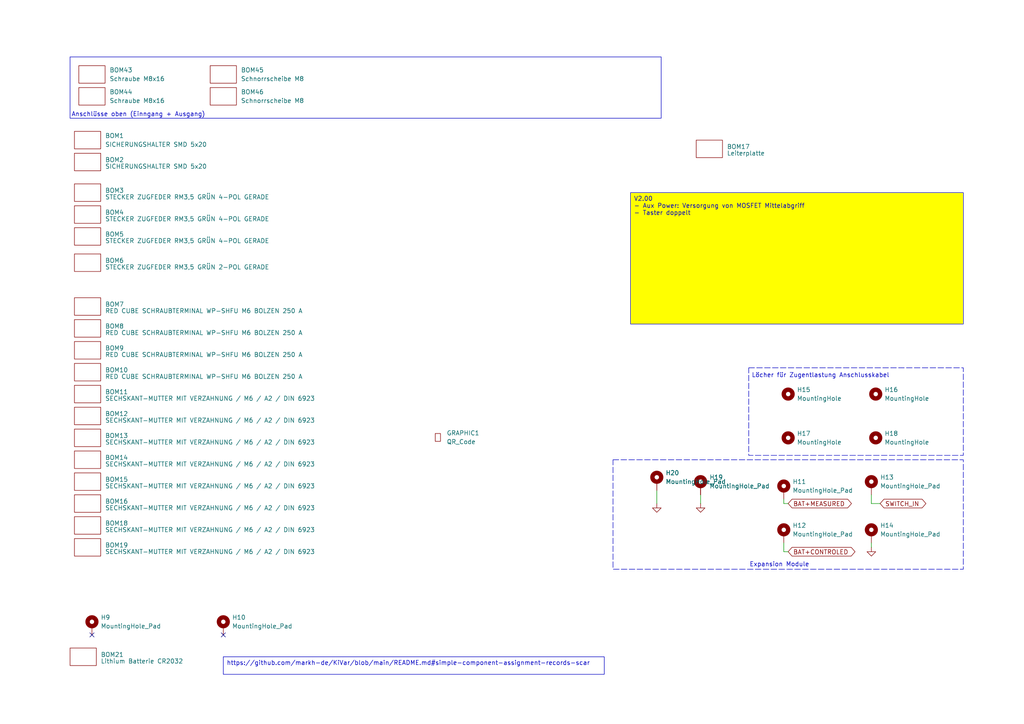
<source format=kicad_sch>
(kicad_sch
	(version 20250114)
	(generator "eeschema")
	(generator_version "9.0")
	(uuid "d2a2d163-13e4-4f1d-aa3d-79667ae6d2fb")
	(paper "A4")
	(lib_symbols
		(symbol "Mechanical:MountingHole"
			(pin_names
				(offset 1.016)
			)
			(exclude_from_sim no)
			(in_bom no)
			(on_board yes)
			(property "Reference" "H"
				(at 0 5.08 0)
				(effects
					(font
						(size 1.27 1.27)
					)
				)
			)
			(property "Value" "MountingHole"
				(at 0 3.175 0)
				(effects
					(font
						(size 1.27 1.27)
					)
				)
			)
			(property "Footprint" ""
				(at 0 0 0)
				(effects
					(font
						(size 1.27 1.27)
					)
					(hide yes)
				)
			)
			(property "Datasheet" "~"
				(at 0 0 0)
				(effects
					(font
						(size 1.27 1.27)
					)
					(hide yes)
				)
			)
			(property "Description" "Mounting Hole without connection"
				(at 0 0 0)
				(effects
					(font
						(size 1.27 1.27)
					)
					(hide yes)
				)
			)
			(property "ki_keywords" "mounting hole"
				(at 0 0 0)
				(effects
					(font
						(size 1.27 1.27)
					)
					(hide yes)
				)
			)
			(property "ki_fp_filters" "MountingHole*"
				(at 0 0 0)
				(effects
					(font
						(size 1.27 1.27)
					)
					(hide yes)
				)
			)
			(symbol "MountingHole_0_1"
				(circle
					(center 0 0)
					(radius 1.27)
					(stroke
						(width 1.27)
						(type default)
					)
					(fill
						(type none)
					)
				)
			)
			(embedded_fonts no)
		)
		(symbol "Mechanical:MountingHole_Pad"
			(pin_numbers
				(hide yes)
			)
			(pin_names
				(offset 1.016)
				(hide yes)
			)
			(exclude_from_sim yes)
			(in_bom no)
			(on_board yes)
			(property "Reference" "H"
				(at 0 6.35 0)
				(effects
					(font
						(size 1.27 1.27)
					)
				)
			)
			(property "Value" "MountingHole_Pad"
				(at 0 4.445 0)
				(effects
					(font
						(size 1.27 1.27)
					)
				)
			)
			(property "Footprint" ""
				(at 0 0 0)
				(effects
					(font
						(size 1.27 1.27)
					)
					(hide yes)
				)
			)
			(property "Datasheet" "~"
				(at 0 0 0)
				(effects
					(font
						(size 1.27 1.27)
					)
					(hide yes)
				)
			)
			(property "Description" "Mounting Hole with connection"
				(at 0 0 0)
				(effects
					(font
						(size 1.27 1.27)
					)
					(hide yes)
				)
			)
			(property "ki_keywords" "mounting hole"
				(at 0 0 0)
				(effects
					(font
						(size 1.27 1.27)
					)
					(hide yes)
				)
			)
			(property "ki_fp_filters" "MountingHole*Pad*"
				(at 0 0 0)
				(effects
					(font
						(size 1.27 1.27)
					)
					(hide yes)
				)
			)
			(symbol "MountingHole_Pad_0_1"
				(circle
					(center 0 1.27)
					(radius 1.27)
					(stroke
						(width 1.27)
						(type default)
					)
					(fill
						(type none)
					)
				)
			)
			(symbol "MountingHole_Pad_1_1"
				(pin input line
					(at 0 -2.54 90)
					(length 2.54)
					(name "1"
						(effects
							(font
								(size 1.27 1.27)
							)
						)
					)
					(number "1"
						(effects
							(font
								(size 1.27 1.27)
							)
						)
					)
				)
			)
			(embedded_fonts no)
		)
		(symbol "myBOM_Part:BOM-Part"
			(pin_numbers
				(hide yes)
			)
			(pin_names
				(offset 0)
				(hide yes)
			)
			(exclude_from_sim no)
			(in_bom yes)
			(on_board no)
			(property "Reference" "BOM"
				(at 0 0 0)
				(effects
					(font
						(size 1.27 1.27)
					)
				)
			)
			(property "Value" ""
				(at 0 0 0)
				(effects
					(font
						(size 1.27 1.27)
					)
				)
			)
			(property "Footprint" "myDummy:BOM-Dummy"
				(at 0 0 0)
				(effects
					(font
						(size 1.27 1.27)
					)
					(hide yes)
				)
			)
			(property "Datasheet" ""
				(at 0 0 0)
				(effects
					(font
						(size 1.27 1.27)
					)
					(hide yes)
				)
			)
			(property "Description" ""
				(at 0 0 0)
				(effects
					(font
						(size 1.27 1.27)
					)
					(hide yes)
				)
			)
			(symbol "BOM-Part_0_1"
				(rectangle
					(start -3.81 2.54)
					(end 3.81 -2.54)
					(stroke
						(width 0)
						(type default)
					)
					(fill
						(type none)
					)
				)
			)
			(embedded_fonts no)
		)
		(symbol "myUserSymbol:qrcode"
			(exclude_from_sim no)
			(in_bom yes)
			(on_board yes)
			(property "Reference" "GRAPHIC"
				(at 5.08 1.016 0)
				(effects
					(font
						(size 1.27 1.27)
					)
				)
			)
			(property "Value" "QR_Code"
				(at 5.08 -0.762 0)
				(effects
					(font
						(size 1.27 1.27)
					)
				)
			)
			(property "Footprint" "myQR:qr_PowerPro"
				(at 0 0 0)
				(effects
					(font
						(size 1.27 1.27)
					)
					(hide yes)
				)
			)
			(property "Datasheet" ""
				(at 0 0 0)
				(effects
					(font
						(size 1.27 1.27)
					)
					(hide yes)
				)
			)
			(property "Description" ""
				(at 0 0 0)
				(effects
					(font
						(size 1.27 1.27)
					)
					(hide yes)
				)
			)
			(symbol "qrcode_0_1"
				(rectangle
					(start -0.762 1.27)
					(end 0.762 -1.016)
					(stroke
						(width 0)
						(type default)
					)
					(fill
						(type none)
					)
				)
			)
			(embedded_fonts no)
		)
		(symbol "power:GND"
			(power)
			(pin_numbers
				(hide yes)
			)
			(pin_names
				(offset 0)
				(hide yes)
			)
			(exclude_from_sim no)
			(in_bom yes)
			(on_board yes)
			(property "Reference" "#PWR"
				(at 0 -6.35 0)
				(effects
					(font
						(size 1.27 1.27)
					)
					(hide yes)
				)
			)
			(property "Value" "GND"
				(at 0 -3.81 0)
				(effects
					(font
						(size 1.27 1.27)
					)
				)
			)
			(property "Footprint" ""
				(at 0 0 0)
				(effects
					(font
						(size 1.27 1.27)
					)
					(hide yes)
				)
			)
			(property "Datasheet" ""
				(at 0 0 0)
				(effects
					(font
						(size 1.27 1.27)
					)
					(hide yes)
				)
			)
			(property "Description" "Power symbol creates a global label with name \"GND\" , ground"
				(at 0 0 0)
				(effects
					(font
						(size 1.27 1.27)
					)
					(hide yes)
				)
			)
			(property "ki_keywords" "global power"
				(at 0 0 0)
				(effects
					(font
						(size 1.27 1.27)
					)
					(hide yes)
				)
			)
			(symbol "GND_0_1"
				(polyline
					(pts
						(xy 0 0) (xy 0 -1.27) (xy 1.27 -1.27) (xy 0 -2.54) (xy -1.27 -1.27) (xy 0 -1.27)
					)
					(stroke
						(width 0)
						(type default)
					)
					(fill
						(type none)
					)
				)
			)
			(symbol "GND_1_1"
				(pin power_in line
					(at 0 0 270)
					(length 0)
					(name "~"
						(effects
							(font
								(size 1.27 1.27)
							)
						)
					)
					(number "1"
						(effects
							(font
								(size 1.27 1.27)
							)
						)
					)
				)
			)
			(embedded_fonts no)
		)
	)
	(rectangle
		(start 217.17 106.68)
		(end 279.4 132.08)
		(stroke
			(width 0)
			(type dash)
		)
		(fill
			(type none)
		)
		(uuid 298f8eb6-6a31-433a-9814-9f8ceb17b837)
	)
	(rectangle
		(start 177.8 133.35)
		(end 279.4 165.1)
		(stroke
			(width 0)
			(type dash)
		)
		(fill
			(type none)
		)
		(uuid 439703d5-96a0-4221-8716-af461b4479f9)
	)
	(rectangle
		(start 20.32 16.51)
		(end 191.77 34.29)
		(stroke
			(width 0)
			(type default)
		)
		(fill
			(type none)
		)
		(uuid fc85b1f5-b704-44aa-ac88-bfb83efce987)
	)
	(text "Expansion Module"
		(exclude_from_sim no)
		(at 226.06 163.83 0)
		(effects
			(font
				(size 1.27 1.27)
			)
		)
		(uuid "04ecad34-d655-4c5c-b20a-c069913c0bd9")
	)
	(text "Löcher für Zugentlastung Anschlusskabel"
		(exclude_from_sim no)
		(at 237.998 108.966 0)
		(effects
			(font
				(size 1.27 1.27)
			)
		)
		(uuid "1d1d1e62-d8e8-4df1-8113-d79cf1facceb")
	)
	(text "Anschlüsse oben (Einngang + Ausgang)"
		(exclude_from_sim no)
		(at 40.132 33.274 0)
		(effects
			(font
				(size 1.27 1.27)
			)
		)
		(uuid "5ff5222f-0537-4772-bcaa-0bb650dd5d4b")
	)
	(text_box "V2.00\n- Aux Power: Versorgung von MOSFET Mittelabgriff\n- Taster doppelt\n"
		(exclude_from_sim no)
		(at 182.88 55.88 0)
		(size 96.52 38.1)
		(margins 0.9525 0.9525 0.9525 0.9525)
		(stroke
			(width 0)
			(type solid)
		)
		(fill
			(type color)
			(color 255 255 0 1)
		)
		(effects
			(font
				(size 1.27 1.27)
			)
			(justify left top)
		)
		(uuid "24112d1c-5aa9-49ef-988a-13f18db7bec7")
	)
	(text_box "https://github.com/markh-de/KiVar/blob/main/README.md#simple-component-assignment-records-scar"
		(exclude_from_sim no)
		(at 64.77 190.5 0)
		(size 110.49 5.08)
		(margins 0.9525 0.9525 0.9525 0.9525)
		(stroke
			(width 0)
			(type solid)
		)
		(fill
			(type none)
		)
		(effects
			(font
				(size 1.27 1.27)
			)
			(justify left top)
		)
		(uuid "bc9d1e96-57a4-4f41-a021-c3925ca2178d")
	)
	(no_connect
		(at 64.77 184.15)
		(uuid "3f9eb071-1071-447f-a0d2-40b907efaaaa")
	)
	(no_connect
		(at 26.67 184.15)
		(uuid "73be37cc-abdc-463d-83e4-d3578cdb1737")
	)
	(wire
		(pts
			(xy 252.73 146.05) (xy 255.27 146.05)
		)
		(stroke
			(width 0)
			(type default)
		)
		(uuid "081b691b-ba22-4b08-9f96-b06f841ad2bf")
	)
	(wire
		(pts
			(xy 190.5 142.24) (xy 190.5 146.05)
		)
		(stroke
			(width 0)
			(type default)
		)
		(uuid "09f89601-6af1-47be-8658-218ece31dfc1")
	)
	(wire
		(pts
			(xy 227.33 146.05) (xy 228.6 146.05)
		)
		(stroke
			(width 0)
			(type default)
		)
		(uuid "2fd6f949-807e-4c79-9b7c-f0cf3a854b22")
	)
	(wire
		(pts
			(xy 227.33 157.48) (xy 227.33 160.02)
		)
		(stroke
			(width 0)
			(type default)
		)
		(uuid "53dbe2e7-c4e3-41cd-b60d-fba210533a5d")
	)
	(wire
		(pts
			(xy 227.33 144.78) (xy 227.33 146.05)
		)
		(stroke
			(width 0)
			(type default)
		)
		(uuid "58f6d539-5cec-4c5a-a8e9-197ef322413b")
	)
	(wire
		(pts
			(xy 203.2 143.51) (xy 203.2 146.05)
		)
		(stroke
			(width 0)
			(type default)
		)
		(uuid "5c34ae3c-d4c0-48f8-a0bc-d905a0b9e081")
	)
	(wire
		(pts
			(xy 227.33 160.02) (xy 228.6 160.02)
		)
		(stroke
			(width 0)
			(type default)
		)
		(uuid "6b1f1411-4afd-46fb-9167-112d931775f0")
	)
	(wire
		(pts
			(xy 252.73 157.48) (xy 252.73 158.75)
		)
		(stroke
			(width 0)
			(type default)
		)
		(uuid "9c8f581d-90d3-4541-a79d-311bf99038a9")
	)
	(wire
		(pts
			(xy 252.73 143.51) (xy 252.73 146.05)
		)
		(stroke
			(width 0)
			(type default)
		)
		(uuid "d2e9674b-3214-42fe-91fe-eff4b1c6b520")
	)
	(global_label "SWITCH_IN"
		(shape bidirectional)
		(at 255.27 146.05 0)
		(fields_autoplaced yes)
		(effects
			(font
				(size 1.27 1.27)
			)
			(justify left)
		)
		(uuid "364e17f5-6332-4129-b9f0-e0a278dcdc5d")
		(property "Intersheetrefs" "${INTERSHEET_REFS}"
			(at 269.1032 146.05 0)
			(effects
				(font
					(size 1.27 1.27)
				)
				(justify left)
				(hide yes)
			)
		)
	)
	(global_label "BAT+MEASURED"
		(shape bidirectional)
		(at 228.6 146.05 0)
		(fields_autoplaced yes)
		(effects
			(font
				(size 1.27 1.27)
			)
			(justify left)
		)
		(uuid "89d66515-74f1-4b91-907e-d0d181ef9125")
		(property "Intersheetrefs" "${INTERSHEET_REFS}"
			(at 247.5131 146.05 0)
			(effects
				(font
					(size 1.27 1.27)
				)
				(justify left)
				(hide yes)
			)
		)
	)
	(global_label "BAT+CONTROLED"
		(shape bidirectional)
		(at 228.6 160.02 0)
		(fields_autoplaced yes)
		(effects
			(font
				(size 1.27 1.27)
			)
			(justify left)
		)
		(uuid "b310afb4-edca-425b-a3ae-3997656d490e")
		(property "Intersheetrefs" "${INTERSHEET_REFS}"
			(at 248.5413 160.02 0)
			(effects
				(font
					(size 1.27 1.27)
				)
				(justify left)
				(hide yes)
			)
		)
	)
	(symbol
		(lib_id "myBOM_Part:BOM-Part")
		(at 25.4 146.05 0)
		(unit 1)
		(exclude_from_sim no)
		(in_bom yes)
		(on_board yes)
		(dnp no)
		(fields_autoplaced yes)
		(uuid "13be8445-2381-4989-b0c8-cb0b27a90645")
		(property "Reference" "BOM16"
			(at 30.48 145.4149 0)
			(effects
				(font
					(size 1.27 1.27)
				)
				(justify left)
			)
		)
		(property "Value" "SECHSKANT-MUTTER MIT VERZAHNUNG / M6 / A2 / DIN 6923"
			(at 30.48 147.32 0)
			(effects
				(font
					(size 1.27 1.27)
				)
				(justify left)
			)
		)
		(property "Footprint" "myBOM:BOM_PART_2x2mm"
			(at 25.4 146.05 0)
			(effects
				(font
					(size 1.27 1.27)
				)
				(hide yes)
			)
		)
		(property "Datasheet" ""
			(at 25.4 146.05 0)
			(effects
				(font
					(size 1.27 1.27)
				)
				(hide yes)
			)
		)
		(property "Description" "SECHSKANT-MUTTER MIT VERZAHNUNG / M6 / A2 / DIN 6923"
			(at 25.4 146.05 0)
			(effects
				(font
					(size 1.27 1.27)
				)
				(hide yes)
			)
		)
		(property "ECS Art#" "M589"
			(at 25.4 146.05 0)
			(effects
				(font
					(size 1.27 1.27)
				)
				(hide yes)
			)
		)
		(property "HAN" "UNBEKANNT/VERSCHIEDENE"
			(at 25.4 146.05 0)
			(effects
				(font
					(size 1.27 1.27)
				)
				(hide yes)
			)
		)
		(property "Voltage" ""
			(at 25.4 146.05 0)
			(effects
				(font
					(size 1.27 1.27)
				)
				(hide yes)
			)
		)
		(property "Toleranz" ""
			(at 25.4 146.05 0)
			(effects
				(font
					(size 1.27 1.27)
				)
				(hide yes)
			)
		)
		(property "Hersteller" "UNBEKANNT/VERSCHIEDENE"
			(at 25.4 146.05 0)
			(effects
				(font
					(size 1.27 1.27)
				)
				(hide yes)
			)
		)
		(instances
			(project "smartPro"
				(path "/bf1f8167-8e29-49cc-a467-dd9cc2c77246/4875905e-d35e-4049-a6aa-c7869d81fd32"
					(reference "BOM16")
					(unit 1)
				)
			)
		)
	)
	(symbol
		(lib_id "myBOM_Part:BOM-Part")
		(at 25.4 101.6 0)
		(unit 1)
		(exclude_from_sim no)
		(in_bom yes)
		(on_board yes)
		(dnp no)
		(fields_autoplaced yes)
		(uuid "1b6df1ec-0485-4b7d-a5ee-514894bd27bb")
		(property "Reference" "BOM9"
			(at 30.48 100.9649 0)
			(effects
				(font
					(size 1.27 1.27)
				)
				(justify left)
			)
		)
		(property "Value" "RED CUBE SCHRAUBTERMINAL WP-SHFU M6 BOLZEN 250 A"
			(at 30.48 102.87 0)
			(effects
				(font
					(size 1.27 1.27)
				)
				(justify left)
			)
		)
		(property "Footprint" "myBOM:BOM_PART_2x2mm"
			(at 25.4 101.6 0)
			(effects
				(font
					(size 1.27 1.27)
				)
				(hide yes)
			)
		)
		(property "Datasheet" "https://www.we-online.com/components/products/datasheet/7461098.pdf"
			(at 25.4 101.6 0)
			(effects
				(font
					(size 1.27 1.27)
				)
				(hide yes)
			)
		)
		(property "Description" "RED CUBE SCHRAUBTERMINAL WP-SHFU M6 BOLZEN 250 A"
			(at 25.4 101.6 0)
			(effects
				(font
					(size 1.27 1.27)
				)
				(hide yes)
			)
		)
		(property "ECS Art#" "CON521"
			(at 25.4 101.6 0)
			(effects
				(font
					(size 1.27 1.27)
				)
				(hide yes)
			)
		)
		(property "HAN" "7461098"
			(at 25.4 101.6 0)
			(effects
				(font
					(size 1.27 1.27)
				)
				(hide yes)
			)
		)
		(property "Voltage" ""
			(at 25.4 101.6 0)
			(effects
				(font
					(size 1.27 1.27)
				)
				(hide yes)
			)
		)
		(property "Toleranz" ""
			(at 25.4 101.6 0)
			(effects
				(font
					(size 1.27 1.27)
				)
				(hide yes)
			)
		)
		(property "Hersteller" "Würth"
			(at 25.4 101.6 0)
			(effects
				(font
					(size 1.27 1.27)
				)
				(hide yes)
			)
		)
		(instances
			(project "smartPro"
				(path "/bf1f8167-8e29-49cc-a467-dd9cc2c77246/4875905e-d35e-4049-a6aa-c7869d81fd32"
					(reference "BOM9")
					(unit 1)
				)
			)
		)
	)
	(symbol
		(lib_id "Mechanical:MountingHole")
		(at 228.6 114.3 0)
		(unit 1)
		(exclude_from_sim no)
		(in_bom no)
		(on_board yes)
		(dnp no)
		(fields_autoplaced yes)
		(uuid "1bf8f243-c206-4d29-897f-c426a293a872")
		(property "Reference" "H15"
			(at 231.14 113.0299 0)
			(effects
				(font
					(size 1.27 1.27)
				)
				(justify left)
			)
		)
		(property "Value" "MountingHole"
			(at 231.14 115.5699 0)
			(effects
				(font
					(size 1.27 1.27)
				)
				(justify left)
			)
		)
		(property "Footprint" "MountingHole:MountingHole_6mm"
			(at 228.6 114.3 0)
			(effects
				(font
					(size 1.27 1.27)
				)
				(hide yes)
			)
		)
		(property "Datasheet" "~"
			(at 228.6 114.3 0)
			(effects
				(font
					(size 1.27 1.27)
				)
				(hide yes)
			)
		)
		(property "Description" "Mounting Hole without connection"
			(at 228.6 114.3 0)
			(effects
				(font
					(size 1.27 1.27)
				)
				(hide yes)
			)
		)
		(instances
			(project ""
				(path "/bf1f8167-8e29-49cc-a467-dd9cc2c77246/4875905e-d35e-4049-a6aa-c7869d81fd32"
					(reference "H15")
					(unit 1)
				)
			)
		)
	)
	(symbol
		(lib_id "Mechanical:MountingHole_Pad")
		(at 252.73 154.94 0)
		(unit 1)
		(exclude_from_sim yes)
		(in_bom no)
		(on_board yes)
		(dnp no)
		(fields_autoplaced yes)
		(uuid "2502056f-8c4a-4ddd-993b-3ef96ce9a768")
		(property "Reference" "H14"
			(at 255.27 152.3999 0)
			(effects
				(font
					(size 1.27 1.27)
				)
				(justify left)
			)
		)
		(property "Value" "MountingHole_Pad"
			(at 255.27 154.9399 0)
			(effects
				(font
					(size 1.27 1.27)
				)
				(justify left)
			)
		)
		(property "Footprint" "MountingHole:MountingHole_3.2mm_M3_DIN965_Pad"
			(at 252.73 154.94 0)
			(effects
				(font
					(size 1.27 1.27)
				)
				(hide yes)
			)
		)
		(property "Datasheet" "~"
			(at 252.73 154.94 0)
			(effects
				(font
					(size 1.27 1.27)
				)
				(hide yes)
			)
		)
		(property "Description" "Mounting Hole with connection"
			(at 252.73 154.94 0)
			(effects
				(font
					(size 1.27 1.27)
				)
				(hide yes)
			)
		)
		(pin "1"
			(uuid "9d30b5b2-c1c1-4513-9a90-ed04021f002d")
		)
		(instances
			(project "smartPro"
				(path "/bf1f8167-8e29-49cc-a467-dd9cc2c77246/4875905e-d35e-4049-a6aa-c7869d81fd32"
					(reference "H14")
					(unit 1)
				)
			)
		)
	)
	(symbol
		(lib_id "myBOM_Part:BOM-Part")
		(at 25.4 133.35 0)
		(unit 1)
		(exclude_from_sim no)
		(in_bom yes)
		(on_board yes)
		(dnp no)
		(fields_autoplaced yes)
		(uuid "2a14a79f-b15b-4981-b6b1-db220f193080")
		(property "Reference" "BOM14"
			(at 30.48 132.7149 0)
			(effects
				(font
					(size 1.27 1.27)
				)
				(justify left)
			)
		)
		(property "Value" "SECHSKANT-MUTTER MIT VERZAHNUNG / M6 / A2 / DIN 6923"
			(at 30.48 134.62 0)
			(effects
				(font
					(size 1.27 1.27)
				)
				(justify left)
			)
		)
		(property "Footprint" "myBOM:BOM_PART_2x2mm"
			(at 25.4 133.35 0)
			(effects
				(font
					(size 1.27 1.27)
				)
				(hide yes)
			)
		)
		(property "Datasheet" ""
			(at 25.4 133.35 0)
			(effects
				(font
					(size 1.27 1.27)
				)
				(hide yes)
			)
		)
		(property "Description" "SECHSKANT-MUTTER MIT VERZAHNUNG / M6 / A2 / DIN 6923"
			(at 25.4 133.35 0)
			(effects
				(font
					(size 1.27 1.27)
				)
				(hide yes)
			)
		)
		(property "ECS Art#" "M589"
			(at 25.4 133.35 0)
			(effects
				(font
					(size 1.27 1.27)
				)
				(hide yes)
			)
		)
		(property "HAN" "UNBEKANNT/VERSCHIEDENE"
			(at 25.4 133.35 0)
			(effects
				(font
					(size 1.27 1.27)
				)
				(hide yes)
			)
		)
		(property "Voltage" ""
			(at 25.4 133.35 0)
			(effects
				(font
					(size 1.27 1.27)
				)
				(hide yes)
			)
		)
		(property "Toleranz" ""
			(at 25.4 133.35 0)
			(effects
				(font
					(size 1.27 1.27)
				)
				(hide yes)
			)
		)
		(property "Hersteller" "UNBEKANNT/VERSCHIEDENE"
			(at 25.4 133.35 0)
			(effects
				(font
					(size 1.27 1.27)
				)
				(hide yes)
			)
		)
		(instances
			(project "smartPro"
				(path "/bf1f8167-8e29-49cc-a467-dd9cc2c77246/4875905e-d35e-4049-a6aa-c7869d81fd32"
					(reference "BOM14")
					(unit 1)
				)
			)
		)
	)
	(symbol
		(lib_id "power:GND")
		(at 252.73 158.75 0)
		(unit 1)
		(exclude_from_sim no)
		(in_bom yes)
		(on_board yes)
		(dnp no)
		(fields_autoplaced yes)
		(uuid "2e145680-fd29-46b3-8308-ad8e89387c5f")
		(property "Reference" "#PWR0272"
			(at 252.73 165.1 0)
			(effects
				(font
					(size 1.27 1.27)
				)
				(hide yes)
			)
		)
		(property "Value" "GND"
			(at 252.73 163.83 0)
			(effects
				(font
					(size 1.27 1.27)
				)
				(hide yes)
			)
		)
		(property "Footprint" ""
			(at 252.73 158.75 0)
			(effects
				(font
					(size 1.27 1.27)
				)
				(hide yes)
			)
		)
		(property "Datasheet" ""
			(at 252.73 158.75 0)
			(effects
				(font
					(size 1.27 1.27)
				)
				(hide yes)
			)
		)
		(property "Description" "Power symbol creates a global label with name \"GND\" , ground"
			(at 252.73 158.75 0)
			(effects
				(font
					(size 1.27 1.27)
				)
				(hide yes)
			)
		)
		(pin "1"
			(uuid "27b8f9e2-3c78-4292-90ff-83d487177b34")
		)
		(instances
			(project "smartPro"
				(path "/bf1f8167-8e29-49cc-a467-dd9cc2c77246/4875905e-d35e-4049-a6aa-c7869d81fd32"
					(reference "#PWR0272")
					(unit 1)
				)
			)
		)
	)
	(symbol
		(lib_id "myBOM_Part:BOM-Part")
		(at 25.4 127 0)
		(unit 1)
		(exclude_from_sim no)
		(in_bom yes)
		(on_board yes)
		(dnp no)
		(fields_autoplaced yes)
		(uuid "2ff67a74-e4b4-4e20-ba8c-99282f2a2b30")
		(property "Reference" "BOM13"
			(at 30.48 126.3649 0)
			(effects
				(font
					(size 1.27 1.27)
				)
				(justify left)
			)
		)
		(property "Value" "SECHSKANT-MUTTER MIT VERZAHNUNG / M6 / A2 / DIN 6923"
			(at 30.48 128.27 0)
			(effects
				(font
					(size 1.27 1.27)
				)
				(justify left)
			)
		)
		(property "Footprint" "myBOM:BOM_PART_2x2mm"
			(at 25.4 127 0)
			(effects
				(font
					(size 1.27 1.27)
				)
				(hide yes)
			)
		)
		(property "Datasheet" ""
			(at 25.4 127 0)
			(effects
				(font
					(size 1.27 1.27)
				)
				(hide yes)
			)
		)
		(property "Description" "SECHSKANT-MUTTER MIT VERZAHNUNG / M6 / A2 / DIN 6923"
			(at 25.4 127 0)
			(effects
				(font
					(size 1.27 1.27)
				)
				(hide yes)
			)
		)
		(property "ECS Art#" "M589"
			(at 25.4 127 0)
			(effects
				(font
					(size 1.27 1.27)
				)
				(hide yes)
			)
		)
		(property "HAN" "UNBEKANNT/VERSCHIEDENE"
			(at 25.4 127 0)
			(effects
				(font
					(size 1.27 1.27)
				)
				(hide yes)
			)
		)
		(property "Voltage" ""
			(at 25.4 127 0)
			(effects
				(font
					(size 1.27 1.27)
				)
				(hide yes)
			)
		)
		(property "Toleranz" ""
			(at 25.4 127 0)
			(effects
				(font
					(size 1.27 1.27)
				)
				(hide yes)
			)
		)
		(property "Hersteller" "UNBEKANNT/VERSCHIEDENE"
			(at 25.4 127 0)
			(effects
				(font
					(size 1.27 1.27)
				)
				(hide yes)
			)
		)
		(instances
			(project "smartPro"
				(path "/bf1f8167-8e29-49cc-a467-dd9cc2c77246/4875905e-d35e-4049-a6aa-c7869d81fd32"
					(reference "BOM13")
					(unit 1)
				)
			)
		)
	)
	(symbol
		(lib_id "myBOM_Part:BOM-Part")
		(at 64.77 21.59 0)
		(unit 1)
		(exclude_from_sim no)
		(in_bom yes)
		(on_board yes)
		(dnp no)
		(fields_autoplaced yes)
		(uuid "32477daf-5902-4d7c-bccf-cfd7a440cadd")
		(property "Reference" "BOM45"
			(at 69.85 20.3199 0)
			(effects
				(font
					(size 1.27 1.27)
				)
				(justify left)
			)
		)
		(property "Value" "Schnorrscheibe M8"
			(at 69.85 22.8599 0)
			(effects
				(font
					(size 1.27 1.27)
				)
				(justify left)
			)
		)
		(property "Footprint" "myBOM:BOM_PART_2x2mm"
			(at 64.77 21.59 0)
			(effects
				(font
					(size 1.27 1.27)
				)
				(hide yes)
			)
		)
		(property "Datasheet" ""
			(at 64.77 21.59 0)
			(effects
				(font
					(size 1.27 1.27)
				)
				(hide yes)
			)
		)
		(property "Description" "SCHNORR SICHERUNGSSCHEIBEN FORM S (Standard) S8 A2"
			(at 64.77 21.59 0)
			(effects
				(font
					(size 1.27 1.27)
				)
				(hide yes)
			)
		)
		(property "HAN" "422 700"
			(at 64.77 21.59 0)
			(effects
				(font
					(size 1.27 1.27)
				)
				(hide yes)
			)
		)
		(property "ECS Art#" "M415"
			(at 64.77 21.59 0)
			(effects
				(font
					(size 1.27 1.27)
				)
				(hide yes)
			)
		)
		(property "Hersteller" "Schnorr"
			(at 64.77 21.59 0)
			(effects
				(font
					(size 1.27 1.27)
				)
				(hide yes)
			)
		)
		(instances
			(project "smartPro"
				(path "/bf1f8167-8e29-49cc-a467-dd9cc2c77246/4875905e-d35e-4049-a6aa-c7869d81fd32"
					(reference "BOM45")
					(unit 1)
				)
			)
		)
	)
	(symbol
		(lib_id "Mechanical:MountingHole")
		(at 254 114.3 0)
		(unit 1)
		(exclude_from_sim no)
		(in_bom no)
		(on_board yes)
		(dnp no)
		(fields_autoplaced yes)
		(uuid "335ea7d4-c58b-4518-8900-411861abb5f2")
		(property "Reference" "H16"
			(at 256.54 113.0299 0)
			(effects
				(font
					(size 1.27 1.27)
				)
				(justify left)
			)
		)
		(property "Value" "MountingHole"
			(at 256.54 115.5699 0)
			(effects
				(font
					(size 1.27 1.27)
				)
				(justify left)
			)
		)
		(property "Footprint" "MountingHole:MountingHole_6mm"
			(at 254 114.3 0)
			(effects
				(font
					(size 1.27 1.27)
				)
				(hide yes)
			)
		)
		(property "Datasheet" "~"
			(at 254 114.3 0)
			(effects
				(font
					(size 1.27 1.27)
				)
				(hide yes)
			)
		)
		(property "Description" "Mounting Hole without connection"
			(at 254 114.3 0)
			(effects
				(font
					(size 1.27 1.27)
				)
				(hide yes)
			)
		)
		(instances
			(project "smartPro"
				(path "/bf1f8167-8e29-49cc-a467-dd9cc2c77246/4875905e-d35e-4049-a6aa-c7869d81fd32"
					(reference "H16")
					(unit 1)
				)
			)
		)
	)
	(symbol
		(lib_id "myBOM_Part:BOM-Part")
		(at 25.4 107.95 0)
		(unit 1)
		(exclude_from_sim no)
		(in_bom yes)
		(on_board yes)
		(dnp no)
		(fields_autoplaced yes)
		(uuid "33ba4f5c-fa84-45f2-bf01-aade6a0ebfe8")
		(property "Reference" "BOM10"
			(at 30.48 107.3149 0)
			(effects
				(font
					(size 1.27 1.27)
				)
				(justify left)
			)
		)
		(property "Value" "RED CUBE SCHRAUBTERMINAL WP-SHFU M6 BOLZEN 250 A"
			(at 30.48 109.22 0)
			(effects
				(font
					(size 1.27 1.27)
				)
				(justify left)
			)
		)
		(property "Footprint" "myBOM:BOM_PART_2x2mm"
			(at 25.4 107.95 0)
			(effects
				(font
					(size 1.27 1.27)
				)
				(hide yes)
			)
		)
		(property "Datasheet" "https://www.we-online.com/components/products/datasheet/7461098.pdf"
			(at 25.4 107.95 0)
			(effects
				(font
					(size 1.27 1.27)
				)
				(hide yes)
			)
		)
		(property "Description" "RED CUBE SCHRAUBTERMINAL WP-SHFU M6 BOLZEN 250 A"
			(at 25.4 107.95 0)
			(effects
				(font
					(size 1.27 1.27)
				)
				(hide yes)
			)
		)
		(property "ECS Art#" "CON521"
			(at 25.4 107.95 0)
			(effects
				(font
					(size 1.27 1.27)
				)
				(hide yes)
			)
		)
		(property "HAN" "7461098"
			(at 25.4 107.95 0)
			(effects
				(font
					(size 1.27 1.27)
				)
				(hide yes)
			)
		)
		(property "Voltage" ""
			(at 25.4 107.95 0)
			(effects
				(font
					(size 1.27 1.27)
				)
				(hide yes)
			)
		)
		(property "Toleranz" ""
			(at 25.4 107.95 0)
			(effects
				(font
					(size 1.27 1.27)
				)
				(hide yes)
			)
		)
		(property "Hersteller" "Würth"
			(at 25.4 107.95 0)
			(effects
				(font
					(size 1.27 1.27)
				)
				(hide yes)
			)
		)
		(instances
			(project "smartPro"
				(path "/bf1f8167-8e29-49cc-a467-dd9cc2c77246/4875905e-d35e-4049-a6aa-c7869d81fd32"
					(reference "BOM10")
					(unit 1)
				)
			)
		)
	)
	(symbol
		(lib_id "myBOM_Part:BOM-Part")
		(at 25.4 152.4 0)
		(unit 1)
		(exclude_from_sim no)
		(in_bom yes)
		(on_board yes)
		(dnp no)
		(fields_autoplaced yes)
		(uuid "3637a873-b206-4c9f-88d8-36a15f8a28ad")
		(property "Reference" "BOM18"
			(at 30.48 151.7649 0)
			(effects
				(font
					(size 1.27 1.27)
				)
				(justify left)
			)
		)
		(property "Value" "SECHSKANT-MUTTER MIT VERZAHNUNG / M6 / A2 / DIN 6923"
			(at 30.48 153.67 0)
			(effects
				(font
					(size 1.27 1.27)
				)
				(justify left)
			)
		)
		(property "Footprint" "myBOM:BOM_PART_2x2mm"
			(at 25.4 152.4 0)
			(effects
				(font
					(size 1.27 1.27)
				)
				(hide yes)
			)
		)
		(property "Datasheet" ""
			(at 25.4 152.4 0)
			(effects
				(font
					(size 1.27 1.27)
				)
				(hide yes)
			)
		)
		(property "Description" "SECHSKANT-MUTTER MIT VERZAHNUNG / M6 / A2 / DIN 6923"
			(at 25.4 152.4 0)
			(effects
				(font
					(size 1.27 1.27)
				)
				(hide yes)
			)
		)
		(property "ECS Art#" "M589"
			(at 25.4 152.4 0)
			(effects
				(font
					(size 1.27 1.27)
				)
				(hide yes)
			)
		)
		(property "HAN" "UNBEKANNT/VERSCHIEDENE"
			(at 25.4 152.4 0)
			(effects
				(font
					(size 1.27 1.27)
				)
				(hide yes)
			)
		)
		(property "Voltage" ""
			(at 25.4 152.4 0)
			(effects
				(font
					(size 1.27 1.27)
				)
				(hide yes)
			)
		)
		(property "Toleranz" ""
			(at 25.4 152.4 0)
			(effects
				(font
					(size 1.27 1.27)
				)
				(hide yes)
			)
		)
		(property "Hersteller" "UNBEKANNT/VERSCHIEDENE"
			(at 25.4 152.4 0)
			(effects
				(font
					(size 1.27 1.27)
				)
				(hide yes)
			)
		)
		(instances
			(project "smartPro"
				(path "/bf1f8167-8e29-49cc-a467-dd9cc2c77246/4875905e-d35e-4049-a6aa-c7869d81fd32"
					(reference "BOM18")
					(unit 1)
				)
			)
		)
	)
	(symbol
		(lib_id "myBOM_Part:BOM-Part")
		(at 25.4 95.25 0)
		(unit 1)
		(exclude_from_sim no)
		(in_bom yes)
		(on_board yes)
		(dnp no)
		(fields_autoplaced yes)
		(uuid "3af4fbd4-d40e-452c-9e32-001077c1c6aa")
		(property "Reference" "BOM8"
			(at 30.48 94.6149 0)
			(effects
				(font
					(size 1.27 1.27)
				)
				(justify left)
			)
		)
		(property "Value" "RED CUBE SCHRAUBTERMINAL WP-SHFU M6 BOLZEN 250 A"
			(at 30.48 96.52 0)
			(effects
				(font
					(size 1.27 1.27)
				)
				(justify left)
			)
		)
		(property "Footprint" "myBOM:BOM_PART_2x2mm"
			(at 25.4 95.25 0)
			(effects
				(font
					(size 1.27 1.27)
				)
				(hide yes)
			)
		)
		(property "Datasheet" "https://www.we-online.com/components/products/datasheet/7461098.pdf"
			(at 25.4 95.25 0)
			(effects
				(font
					(size 1.27 1.27)
				)
				(hide yes)
			)
		)
		(property "Description" "RED CUBE SCHRAUBTERMINAL WP-SHFU M6 BOLZEN 250 A"
			(at 25.4 95.25 0)
			(effects
				(font
					(size 1.27 1.27)
				)
				(hide yes)
			)
		)
		(property "ECS Art#" "CON521"
			(at 25.4 95.25 0)
			(effects
				(font
					(size 1.27 1.27)
				)
				(hide yes)
			)
		)
		(property "HAN" "7461098"
			(at 25.4 95.25 0)
			(effects
				(font
					(size 1.27 1.27)
				)
				(hide yes)
			)
		)
		(property "Voltage" ""
			(at 25.4 95.25 0)
			(effects
				(font
					(size 1.27 1.27)
				)
				(hide yes)
			)
		)
		(property "Toleranz" ""
			(at 25.4 95.25 0)
			(effects
				(font
					(size 1.27 1.27)
				)
				(hide yes)
			)
		)
		(property "Hersteller" "Würth"
			(at 25.4 95.25 0)
			(effects
				(font
					(size 1.27 1.27)
				)
				(hide yes)
			)
		)
		(instances
			(project "smartPro"
				(path "/bf1f8167-8e29-49cc-a467-dd9cc2c77246/4875905e-d35e-4049-a6aa-c7869d81fd32"
					(reference "BOM8")
					(unit 1)
				)
			)
		)
	)
	(symbol
		(lib_id "myBOM_Part:BOM-Part")
		(at 25.4 55.88 0)
		(unit 1)
		(exclude_from_sim no)
		(in_bom yes)
		(on_board yes)
		(dnp no)
		(fields_autoplaced yes)
		(uuid "3b1edae6-9a49-468b-9575-917881cfa914")
		(property "Reference" "BOM3"
			(at 30.48 55.2449 0)
			(effects
				(font
					(size 1.27 1.27)
				)
				(justify left)
			)
		)
		(property "Value" "STECKER ZUGFEDER RM3,5 GRÜN 4-POL GERADE"
			(at 30.48 57.15 0)
			(effects
				(font
					(size 1.27 1.27)
				)
				(justify left)
			)
		)
		(property "Footprint" "myBOM:BOM_PART_2x2mm"
			(at 25.4 55.88 0)
			(effects
				(font
					(size 1.27 1.27)
				)
				(hide yes)
			)
		)
		(property "Datasheet" "https://www.lcsc.com/datasheet/lcsc_datasheet_2111222030_Cixi-Kefa-Elec-KF2EDGKN-3-5-4P_C2923001.pdf"
			(at 25.4 55.88 0)
			(effects
				(font
					(size 1.27 1.27)
				)
				(hide yes)
			)
		)
		(property "Description" "STECKER ZUGFEDER RM3,5 GRÜN 4-POL GERADE"
			(at 25.4 55.88 0)
			(effects
				(font
					(size 1.27 1.27)
				)
				(hide yes)
			)
		)
		(property "ECS Art#" "CON592"
			(at 25.4 55.88 0)
			(effects
				(font
					(size 1.27 1.27)
				)
				(hide yes)
			)
		)
		(property "HAN" "KF2EDGKN-3.5-4P"
			(at 25.4 55.88 0)
			(effects
				(font
					(size 1.27 1.27)
				)
				(hide yes)
			)
		)
		(property "Voltage" ""
			(at 25.4 55.88 0)
			(effects
				(font
					(size 1.27 1.27)
				)
				(hide yes)
			)
		)
		(property "Toleranz" ""
			(at 25.4 55.88 0)
			(effects
				(font
					(size 1.27 1.27)
				)
				(hide yes)
			)
		)
		(property "Hersteller" "Cici"
			(at 25.4 55.88 0)
			(effects
				(font
					(size 1.27 1.27)
				)
				(hide yes)
			)
		)
		(instances
			(project "greenSmartSwitch"
				(path "/bf1f8167-8e29-49cc-a467-dd9cc2c77246/4875905e-d35e-4049-a6aa-c7869d81fd32"
					(reference "BOM3")
					(unit 1)
				)
			)
		)
	)
	(symbol
		(lib_id "myUserSymbol:qrcode")
		(at 127 127 0)
		(unit 1)
		(exclude_from_sim no)
		(in_bom no)
		(on_board yes)
		(dnp no)
		(fields_autoplaced yes)
		(uuid "3bd154cd-1a86-44b1-84d1-fd9215abcf7a")
		(property "Reference" "GRAPHIC1"
			(at 129.54 125.6029 0)
			(effects
				(font
					(size 1.27 1.27)
				)
				(justify left)
			)
		)
		(property "Value" "QR_Code"
			(at 129.54 128.1429 0)
			(effects
				(font
					(size 1.27 1.27)
				)
				(justify left)
			)
		)
		(property "Footprint" "myQR:qr_SmartPro209"
			(at 127 127 0)
			(effects
				(font
					(size 1.27 1.27)
				)
				(hide yes)
			)
		)
		(property "Datasheet" ""
			(at 127 127 0)
			(effects
				(font
					(size 1.27 1.27)
				)
				(hide yes)
			)
		)
		(property "Description" ""
			(at 127 127 0)
			(effects
				(font
					(size 1.27 1.27)
				)
				(hide yes)
			)
		)
		(property "ECS Art#" ""
			(at 127 127 0)
			(effects
				(font
					(size 1.27 1.27)
				)
				(hide yes)
			)
		)
		(property "HAN" ""
			(at 127 127 0)
			(effects
				(font
					(size 1.27 1.27)
				)
				(hide yes)
			)
		)
		(property "Voltage" ""
			(at 127 127 0)
			(effects
				(font
					(size 1.27 1.27)
				)
				(hide yes)
			)
		)
		(property "Toleranz" ""
			(at 127 127 0)
			(effects
				(font
					(size 1.27 1.27)
				)
				(hide yes)
			)
		)
		(property "Hersteller" ""
			(at 127 127 0)
			(effects
				(font
					(size 1.27 1.27)
				)
				(hide yes)
			)
		)
		(instances
			(project ""
				(path "/bf1f8167-8e29-49cc-a467-dd9cc2c77246/4875905e-d35e-4049-a6aa-c7869d81fd32"
					(reference "GRAPHIC1")
					(unit 1)
				)
			)
		)
	)
	(symbol
		(lib_id "myBOM_Part:BOM-Part")
		(at 26.67 21.59 0)
		(unit 1)
		(exclude_from_sim no)
		(in_bom yes)
		(on_board yes)
		(dnp no)
		(fields_autoplaced yes)
		(uuid "47456b90-a0d1-4f7b-b80f-8d04aaa02532")
		(property "Reference" "BOM43"
			(at 31.75 20.3199 0)
			(effects
				(font
					(size 1.27 1.27)
				)
				(justify left)
			)
		)
		(property "Value" "Schraube M8x16"
			(at 31.75 22.8599 0)
			(effects
				(font
					(size 1.27 1.27)
				)
				(justify left)
			)
		)
		(property "Footprint" "myBOM:BOM_PART_2x2mm"
			(at 26.67 21.59 0)
			(effects
				(font
					(size 1.27 1.27)
				)
				(hide yes)
			)
		)
		(property "Datasheet" ""
			(at 26.67 21.59 0)
			(effects
				(font
					(size 1.27 1.27)
				)
				(hide yes)
			)
		)
		(property "Description" "Sechskantschraube / M8 x 16 / A2 / DIN 933"
			(at 26.67 21.59 0)
			(effects
				(font
					(size 1.27 1.27)
				)
				(hide yes)
			)
		)
		(property "HAN" "UNBEKANNT/VERSCHIEDENE"
			(at 26.67 21.59 0)
			(effects
				(font
					(size 1.27 1.27)
				)
				(hide yes)
			)
		)
		(property "ECS Art#" "M109"
			(at 26.67 21.59 0)
			(effects
				(font
					(size 1.27 1.27)
				)
				(hide yes)
			)
		)
		(property "Hersteller" "UNBEKANNT/VERSCHIEDENE"
			(at 26.67 21.59 0)
			(effects
				(font
					(size 1.27 1.27)
				)
				(hide yes)
			)
		)
		(instances
			(project "smartPro"
				(path "/bf1f8167-8e29-49cc-a467-dd9cc2c77246/4875905e-d35e-4049-a6aa-c7869d81fd32"
					(reference "BOM43")
					(unit 1)
				)
			)
		)
	)
	(symbol
		(lib_id "myBOM_Part:BOM-Part")
		(at 205.74 43.18 0)
		(unit 1)
		(exclude_from_sim no)
		(in_bom yes)
		(on_board yes)
		(dnp no)
		(fields_autoplaced yes)
		(uuid "4b9b21af-a34a-4336-aa7c-8aa0c8a915e5")
		(property "Reference" "BOM17"
			(at 210.82 42.5449 0)
			(effects
				(font
					(size 1.27 1.27)
				)
				(justify left)
			)
		)
		(property "Value" "Leiterplatte"
			(at 210.82 44.45 0)
			(effects
				(font
					(size 1.27 1.27)
				)
				(justify left)
			)
		)
		(property "Footprint" "myBOM:BOM_PART_2x2mm"
			(at 205.74 43.18 0)
			(effects
				(font
					(size 1.27 1.27)
				)
				(hide yes)
			)
		)
		(property "Datasheet" ""
			(at 205.74 43.18 0)
			(effects
				(font
					(size 1.27 1.27)
				)
				(hide yes)
			)
		)
		(property "Description" "ECS_SMART_PRO_209_LP"
			(at 205.74 43.18 0)
			(effects
				(font
					(size 1.27 1.27)
				)
				(hide yes)
			)
		)
		(property "ECS Art#" "PT097"
			(at 205.74 43.18 0)
			(effects
				(font
					(size 1.27 1.27)
				)
				(hide yes)
			)
		)
		(property "HAN" "SmartPro-209"
			(at 205.74 43.18 0)
			(effects
				(font
					(size 1.27 1.27)
				)
				(hide yes)
			)
		)
		(property "Voltage" ""
			(at 205.74 43.18 0)
			(effects
				(font
					(size 1.27 1.27)
				)
				(hide yes)
			)
		)
		(property "Toleranz" ""
			(at 205.74 43.18 0)
			(effects
				(font
					(size 1.27 1.27)
				)
				(hide yes)
			)
		)
		(property "Hersteller" "JLC"
			(at 205.74 43.18 0)
			(effects
				(font
					(size 1.27 1.27)
				)
				(hide yes)
			)
		)
		(instances
			(project "greenSmartSwitch"
				(path "/bf1f8167-8e29-49cc-a467-dd9cc2c77246/4875905e-d35e-4049-a6aa-c7869d81fd32"
					(reference "BOM17")
					(unit 1)
				)
			)
		)
	)
	(symbol
		(lib_id "Mechanical:MountingHole_Pad")
		(at 252.73 140.97 0)
		(unit 1)
		(exclude_from_sim yes)
		(in_bom no)
		(on_board yes)
		(dnp no)
		(fields_autoplaced yes)
		(uuid "4d12b034-eced-4073-8b7c-a391c81b7a7f")
		(property "Reference" "H13"
			(at 255.27 138.4299 0)
			(effects
				(font
					(size 1.27 1.27)
				)
				(justify left)
			)
		)
		(property "Value" "MountingHole_Pad"
			(at 255.27 140.9699 0)
			(effects
				(font
					(size 1.27 1.27)
				)
				(justify left)
			)
		)
		(property "Footprint" "MountingHole:MountingHole_3.2mm_M3_DIN965_Pad"
			(at 252.73 140.97 0)
			(effects
				(font
					(size 1.27 1.27)
				)
				(hide yes)
			)
		)
		(property "Datasheet" "~"
			(at 252.73 140.97 0)
			(effects
				(font
					(size 1.27 1.27)
				)
				(hide yes)
			)
		)
		(property "Description" "Mounting Hole with connection"
			(at 252.73 140.97 0)
			(effects
				(font
					(size 1.27 1.27)
				)
				(hide yes)
			)
		)
		(pin "1"
			(uuid "ebfb7f25-d75d-4e88-875f-c7c54790bce9")
		)
		(instances
			(project "smartPro"
				(path "/bf1f8167-8e29-49cc-a467-dd9cc2c77246/4875905e-d35e-4049-a6aa-c7869d81fd32"
					(reference "H13")
					(unit 1)
				)
			)
		)
	)
	(symbol
		(lib_id "myBOM_Part:BOM-Part")
		(at 26.67 27.94 0)
		(unit 1)
		(exclude_from_sim no)
		(in_bom yes)
		(on_board yes)
		(dnp no)
		(fields_autoplaced yes)
		(uuid "56c53614-4b6f-4c8f-83df-6dd4df9aa550")
		(property "Reference" "BOM44"
			(at 31.75 26.6699 0)
			(effects
				(font
					(size 1.27 1.27)
				)
				(justify left)
			)
		)
		(property "Value" "Schraube M8x16"
			(at 31.75 29.2099 0)
			(effects
				(font
					(size 1.27 1.27)
				)
				(justify left)
			)
		)
		(property "Footprint" "myBOM:BOM_PART_2x2mm"
			(at 26.67 27.94 0)
			(effects
				(font
					(size 1.27 1.27)
				)
				(hide yes)
			)
		)
		(property "Datasheet" ""
			(at 26.67 27.94 0)
			(effects
				(font
					(size 1.27 1.27)
				)
				(hide yes)
			)
		)
		(property "Description" "Sechskantschraube / M8 x 16 / A2 / DIN 933"
			(at 26.67 27.94 0)
			(effects
				(font
					(size 1.27 1.27)
				)
				(hide yes)
			)
		)
		(property "HAN" "UNBEKANNT/VERSCHIEDENE"
			(at 26.67 27.94 0)
			(effects
				(font
					(size 1.27 1.27)
				)
				(hide yes)
			)
		)
		(property "ECS Art#" "M109"
			(at 26.67 27.94 0)
			(effects
				(font
					(size 1.27 1.27)
				)
				(hide yes)
			)
		)
		(property "Hersteller" "UNBEKANNT/VERSCHIEDENE"
			(at 26.67 27.94 0)
			(effects
				(font
					(size 1.27 1.27)
				)
				(hide yes)
			)
		)
		(instances
			(project "smartPro"
				(path "/bf1f8167-8e29-49cc-a467-dd9cc2c77246/4875905e-d35e-4049-a6aa-c7869d81fd32"
					(reference "BOM44")
					(unit 1)
				)
			)
		)
	)
	(symbol
		(lib_id "power:GND")
		(at 203.2 146.05 0)
		(unit 1)
		(exclude_from_sim no)
		(in_bom yes)
		(on_board yes)
		(dnp no)
		(fields_autoplaced yes)
		(uuid "5c35870a-1ae1-49a9-9369-99fd0f339861")
		(property "Reference" "#PWR0278"
			(at 203.2 152.4 0)
			(effects
				(font
					(size 1.27 1.27)
				)
				(hide yes)
			)
		)
		(property "Value" "GND"
			(at 203.2 151.13 0)
			(effects
				(font
					(size 1.27 1.27)
				)
				(hide yes)
			)
		)
		(property "Footprint" ""
			(at 203.2 146.05 0)
			(effects
				(font
					(size 1.27 1.27)
				)
				(hide yes)
			)
		)
		(property "Datasheet" ""
			(at 203.2 146.05 0)
			(effects
				(font
					(size 1.27 1.27)
				)
				(hide yes)
			)
		)
		(property "Description" "Power symbol creates a global label with name \"GND\" , ground"
			(at 203.2 146.05 0)
			(effects
				(font
					(size 1.27 1.27)
				)
				(hide yes)
			)
		)
		(pin "1"
			(uuid "852a07e5-e448-4c87-8efb-aff5b1d9b3f4")
		)
		(instances
			(project "smartPro"
				(path "/bf1f8167-8e29-49cc-a467-dd9cc2c77246/4875905e-d35e-4049-a6aa-c7869d81fd32"
					(reference "#PWR0278")
					(unit 1)
				)
			)
		)
	)
	(symbol
		(lib_id "myBOM_Part:BOM-Part")
		(at 25.4 88.9 0)
		(unit 1)
		(exclude_from_sim no)
		(in_bom yes)
		(on_board yes)
		(dnp no)
		(fields_autoplaced yes)
		(uuid "5f0ba118-cb7e-46a6-9e22-451927bb40a6")
		(property "Reference" "BOM7"
			(at 30.48 88.2649 0)
			(effects
				(font
					(size 1.27 1.27)
				)
				(justify left)
			)
		)
		(property "Value" "RED CUBE SCHRAUBTERMINAL WP-SHFU M6 BOLZEN 250 A"
			(at 30.48 90.17 0)
			(effects
				(font
					(size 1.27 1.27)
				)
				(justify left)
			)
		)
		(property "Footprint" "myBOM:BOM_PART_2x2mm"
			(at 25.4 88.9 0)
			(effects
				(font
					(size 1.27 1.27)
				)
				(hide yes)
			)
		)
		(property "Datasheet" "https://www.we-online.com/components/products/datasheet/7461098.pdf"
			(at 25.4 88.9 0)
			(effects
				(font
					(size 1.27 1.27)
				)
				(hide yes)
			)
		)
		(property "Description" "RED CUBE SCHRAUBTERMINAL WP-SHFU M6 BOLZEN 250 A"
			(at 25.4 88.9 0)
			(effects
				(font
					(size 1.27 1.27)
				)
				(hide yes)
			)
		)
		(property "ECS Art#" "CON521"
			(at 25.4 88.9 0)
			(effects
				(font
					(size 1.27 1.27)
				)
				(hide yes)
			)
		)
		(property "HAN" "7461098"
			(at 25.4 88.9 0)
			(effects
				(font
					(size 1.27 1.27)
				)
				(hide yes)
			)
		)
		(property "Voltage" ""
			(at 25.4 88.9 0)
			(effects
				(font
					(size 1.27 1.27)
				)
				(hide yes)
			)
		)
		(property "Toleranz" ""
			(at 25.4 88.9 0)
			(effects
				(font
					(size 1.27 1.27)
				)
				(hide yes)
			)
		)
		(property "Hersteller" "Würth"
			(at 25.4 88.9 0)
			(effects
				(font
					(size 1.27 1.27)
				)
				(hide yes)
			)
		)
		(instances
			(project "smartPro"
				(path "/bf1f8167-8e29-49cc-a467-dd9cc2c77246/4875905e-d35e-4049-a6aa-c7869d81fd32"
					(reference "BOM7")
					(unit 1)
				)
			)
		)
	)
	(symbol
		(lib_id "myBOM_Part:BOM-Part")
		(at 25.4 158.75 0)
		(unit 1)
		(exclude_from_sim no)
		(in_bom yes)
		(on_board yes)
		(dnp no)
		(fields_autoplaced yes)
		(uuid "5fd0a738-bd87-4a1b-903d-9e393a0fa812")
		(property "Reference" "BOM19"
			(at 30.48 158.1149 0)
			(effects
				(font
					(size 1.27 1.27)
				)
				(justify left)
			)
		)
		(property "Value" "SECHSKANT-MUTTER MIT VERZAHNUNG / M6 / A2 / DIN 6923"
			(at 30.48 160.02 0)
			(effects
				(font
					(size 1.27 1.27)
				)
				(justify left)
			)
		)
		(property "Footprint" "myBOM:BOM_PART_2x2mm"
			(at 25.4 158.75 0)
			(effects
				(font
					(size 1.27 1.27)
				)
				(hide yes)
			)
		)
		(property "Datasheet" ""
			(at 25.4 158.75 0)
			(effects
				(font
					(size 1.27 1.27)
				)
				(hide yes)
			)
		)
		(property "Description" "SECHSKANT-MUTTER MIT VERZAHNUNG / M6 / A2 / DIN 6923"
			(at 25.4 158.75 0)
			(effects
				(font
					(size 1.27 1.27)
				)
				(hide yes)
			)
		)
		(property "ECS Art#" "M589"
			(at 25.4 158.75 0)
			(effects
				(font
					(size 1.27 1.27)
				)
				(hide yes)
			)
		)
		(property "HAN" "UNBEKANNT/VERSCHIEDENE"
			(at 25.4 158.75 0)
			(effects
				(font
					(size 1.27 1.27)
				)
				(hide yes)
			)
		)
		(property "Voltage" ""
			(at 25.4 158.75 0)
			(effects
				(font
					(size 1.27 1.27)
				)
				(hide yes)
			)
		)
		(property "Toleranz" ""
			(at 25.4 158.75 0)
			(effects
				(font
					(size 1.27 1.27)
				)
				(hide yes)
			)
		)
		(property "Hersteller" "UNBEKANNT/VERSCHIEDENE"
			(at 25.4 158.75 0)
			(effects
				(font
					(size 1.27 1.27)
				)
				(hide yes)
			)
		)
		(instances
			(project "smartPro"
				(path "/bf1f8167-8e29-49cc-a467-dd9cc2c77246/4875905e-d35e-4049-a6aa-c7869d81fd32"
					(reference "BOM19")
					(unit 1)
				)
			)
		)
	)
	(symbol
		(lib_id "power:GND")
		(at 190.5 146.05 0)
		(unit 1)
		(exclude_from_sim no)
		(in_bom yes)
		(on_board yes)
		(dnp no)
		(fields_autoplaced yes)
		(uuid "644ab2c2-0203-41ad-8ef3-09d9254c07ce")
		(property "Reference" "#PWR0280"
			(at 190.5 152.4 0)
			(effects
				(font
					(size 1.27 1.27)
				)
				(hide yes)
			)
		)
		(property "Value" "GND"
			(at 190.5 151.13 0)
			(effects
				(font
					(size 1.27 1.27)
				)
				(hide yes)
			)
		)
		(property "Footprint" ""
			(at 190.5 146.05 0)
			(effects
				(font
					(size 1.27 1.27)
				)
				(hide yes)
			)
		)
		(property "Datasheet" ""
			(at 190.5 146.05 0)
			(effects
				(font
					(size 1.27 1.27)
				)
				(hide yes)
			)
		)
		(property "Description" "Power symbol creates a global label with name \"GND\" , ground"
			(at 190.5 146.05 0)
			(effects
				(font
					(size 1.27 1.27)
				)
				(hide yes)
			)
		)
		(pin "1"
			(uuid "1df61b11-f496-4512-a8a9-2dc2d9cee093")
		)
		(instances
			(project "smartPro"
				(path "/bf1f8167-8e29-49cc-a467-dd9cc2c77246/4875905e-d35e-4049-a6aa-c7869d81fd32"
					(reference "#PWR0280")
					(unit 1)
				)
			)
		)
	)
	(symbol
		(lib_id "Mechanical:MountingHole_Pad")
		(at 26.67 181.61 0)
		(unit 1)
		(exclude_from_sim yes)
		(in_bom no)
		(on_board yes)
		(dnp no)
		(fields_autoplaced yes)
		(uuid "64eab666-6449-4ddc-b6ea-8ddf6dce9762")
		(property "Reference" "H9"
			(at 29.21 179.0699 0)
			(effects
				(font
					(size 1.27 1.27)
				)
				(justify left)
			)
		)
		(property "Value" "MountingHole_Pad"
			(at 29.21 181.6099 0)
			(effects
				(font
					(size 1.27 1.27)
				)
				(justify left)
			)
		)
		(property "Footprint" "MountingHole:MountingHole_4.3mm_M4_DIN965_Pad"
			(at 26.67 181.61 0)
			(effects
				(font
					(size 1.27 1.27)
				)
				(hide yes)
			)
		)
		(property "Datasheet" "~"
			(at 26.67 181.61 0)
			(effects
				(font
					(size 1.27 1.27)
				)
				(hide yes)
			)
		)
		(property "Description" "Mounting Hole with connection"
			(at 26.67 181.61 0)
			(effects
				(font
					(size 1.27 1.27)
				)
				(hide yes)
			)
		)
		(pin "1"
			(uuid "ac44c1fc-a127-40ef-8928-2623fe9de048")
		)
		(instances
			(project ""
				(path "/bf1f8167-8e29-49cc-a467-dd9cc2c77246/4875905e-d35e-4049-a6aa-c7869d81fd32"
					(reference "H9")
					(unit 1)
				)
			)
		)
	)
	(symbol
		(lib_id "Mechanical:MountingHole")
		(at 228.6 127 0)
		(unit 1)
		(exclude_from_sim no)
		(in_bom no)
		(on_board yes)
		(dnp no)
		(fields_autoplaced yes)
		(uuid "654361f7-2995-4b6b-b972-462ed89f02f9")
		(property "Reference" "H17"
			(at 231.14 125.7299 0)
			(effects
				(font
					(size 1.27 1.27)
				)
				(justify left)
			)
		)
		(property "Value" "MountingHole"
			(at 231.14 128.2699 0)
			(effects
				(font
					(size 1.27 1.27)
				)
				(justify left)
			)
		)
		(property "Footprint" "MountingHole:MountingHole_6mm"
			(at 228.6 127 0)
			(effects
				(font
					(size 1.27 1.27)
				)
				(hide yes)
			)
		)
		(property "Datasheet" "~"
			(at 228.6 127 0)
			(effects
				(font
					(size 1.27 1.27)
				)
				(hide yes)
			)
		)
		(property "Description" "Mounting Hole without connection"
			(at 228.6 127 0)
			(effects
				(font
					(size 1.27 1.27)
				)
				(hide yes)
			)
		)
		(instances
			(project "smartPro"
				(path "/bf1f8167-8e29-49cc-a467-dd9cc2c77246/4875905e-d35e-4049-a6aa-c7869d81fd32"
					(reference "H17")
					(unit 1)
				)
			)
		)
	)
	(symbol
		(lib_id "myBOM_Part:BOM-Part")
		(at 25.4 120.65 0)
		(unit 1)
		(exclude_from_sim no)
		(in_bom yes)
		(on_board yes)
		(dnp no)
		(fields_autoplaced yes)
		(uuid "746dd0fa-2fd4-48ee-8689-2235f0729ffb")
		(property "Reference" "BOM12"
			(at 30.48 120.0149 0)
			(effects
				(font
					(size 1.27 1.27)
				)
				(justify left)
			)
		)
		(property "Value" "SECHSKANT-MUTTER MIT VERZAHNUNG / M6 / A2 / DIN 6923"
			(at 30.48 121.92 0)
			(effects
				(font
					(size 1.27 1.27)
				)
				(justify left)
			)
		)
		(property "Footprint" "myBOM:BOM_PART_2x2mm"
			(at 25.4 120.65 0)
			(effects
				(font
					(size 1.27 1.27)
				)
				(hide yes)
			)
		)
		(property "Datasheet" ""
			(at 25.4 120.65 0)
			(effects
				(font
					(size 1.27 1.27)
				)
				(hide yes)
			)
		)
		(property "Description" "SECHSKANT-MUTTER MIT VERZAHNUNG / M6 / A2 / DIN 6923"
			(at 25.4 120.65 0)
			(effects
				(font
					(size 1.27 1.27)
				)
				(hide yes)
			)
		)
		(property "ECS Art#" "M589"
			(at 25.4 120.65 0)
			(effects
				(font
					(size 1.27 1.27)
				)
				(hide yes)
			)
		)
		(property "HAN" "UNBEKANNT/VERSCHIEDENE"
			(at 25.4 120.65 0)
			(effects
				(font
					(size 1.27 1.27)
				)
				(hide yes)
			)
		)
		(property "Voltage" ""
			(at 25.4 120.65 0)
			(effects
				(font
					(size 1.27 1.27)
				)
				(hide yes)
			)
		)
		(property "Toleranz" ""
			(at 25.4 120.65 0)
			(effects
				(font
					(size 1.27 1.27)
				)
				(hide yes)
			)
		)
		(property "Hersteller" "UNBEKANNT/VERSCHIEDENE"
			(at 25.4 120.65 0)
			(effects
				(font
					(size 1.27 1.27)
				)
				(hide yes)
			)
		)
		(instances
			(project "smartPro"
				(path "/bf1f8167-8e29-49cc-a467-dd9cc2c77246/4875905e-d35e-4049-a6aa-c7869d81fd32"
					(reference "BOM12")
					(unit 1)
				)
			)
		)
	)
	(symbol
		(lib_id "Mechanical:MountingHole_Pad")
		(at 227.33 142.24 0)
		(unit 1)
		(exclude_from_sim yes)
		(in_bom no)
		(on_board yes)
		(dnp no)
		(fields_autoplaced yes)
		(uuid "8eeff620-90ec-4713-9390-7bf1e8b66fd8")
		(property "Reference" "H11"
			(at 229.87 139.6999 0)
			(effects
				(font
					(size 1.27 1.27)
				)
				(justify left)
			)
		)
		(property "Value" "MountingHole_Pad"
			(at 229.87 142.2399 0)
			(effects
				(font
					(size 1.27 1.27)
				)
				(justify left)
			)
		)
		(property "Footprint" "MountingHole:MountingHole_3.2mm_M3_DIN965_Pad"
			(at 227.33 142.24 0)
			(effects
				(font
					(size 1.27 1.27)
				)
				(hide yes)
			)
		)
		(property "Datasheet" "~"
			(at 227.33 142.24 0)
			(effects
				(font
					(size 1.27 1.27)
				)
				(hide yes)
			)
		)
		(property "Description" "Mounting Hole with connection"
			(at 227.33 142.24 0)
			(effects
				(font
					(size 1.27 1.27)
				)
				(hide yes)
			)
		)
		(pin "1"
			(uuid "92620c5a-8c3b-484e-acbd-eaea1fabf7b2")
		)
		(instances
			(project ""
				(path "/bf1f8167-8e29-49cc-a467-dd9cc2c77246/4875905e-d35e-4049-a6aa-c7869d81fd32"
					(reference "H11")
					(unit 1)
				)
			)
		)
	)
	(symbol
		(lib_id "myBOM_Part:BOM-Part")
		(at 25.4 46.99 0)
		(unit 1)
		(exclude_from_sim no)
		(in_bom yes)
		(on_board yes)
		(dnp no)
		(fields_autoplaced yes)
		(uuid "9a77df8c-b0c0-4ce7-a108-fd8d16d413f3")
		(property "Reference" "BOM2"
			(at 30.48 46.3549 0)
			(effects
				(font
					(size 1.27 1.27)
				)
				(justify left)
			)
		)
		(property "Value" "SICHERUNGSHALTER SMD 5x20"
			(at 30.48 48.26 0)
			(effects
				(font
					(size 1.27 1.27)
				)
				(justify left)
			)
		)
		(property "Footprint" "myBOM:BOM_PART_2x2mm"
			(at 25.4 46.99 0)
			(effects
				(font
					(size 1.27 1.27)
				)
				(hide yes)
			)
		)
		(property "Datasheet" "https://shopapi.schukat.com/medias/typ-OGN.pdf?context=bWFzdGVyfHBpbWFzc2V0c3w1MDMzMzZ8YXBwbGljYXRpb24vcGRmfGFEYzBMMmhrTWk4eE1EUTNOVFEzTXpRek5qY3dNaTkwZVhCZlQwZE9MbkJrWmd8Mjg4NGY1YzRmZWU5YjM2YzY0MWZmYmZlYmEzOTNkZjk5YzQyYTRmOWZkOWZjZDBiNjZkMmZiM2QzMWY3ODhiNQ&_gl=1*1v30h1u*_gcl_au*NDkwMDc0NzYyLjE3MzU3MjkyODQ."
			(at 25.4 46.99 0)
			(effects
				(font
					(size 1.27 1.27)
				)
				(hide yes)
			)
		)
		(property "Description" "SICHERUNGSHALTER SMD 5x20"
			(at 25.4 46.99 0)
			(effects
				(font
					(size 1.27 1.27)
				)
				(hide yes)
			)
		)
		(property "ECS Art#" "EM469"
			(at 25.4 46.99 0)
			(effects
				(font
					(size 1.27 1.27)
				)
				(hide yes)
			)
		)
		(property "HAN" "0031.8221"
			(at 25.4 46.99 0)
			(effects
				(font
					(size 1.27 1.27)
				)
				(hide yes)
			)
		)
		(property "Voltage" ""
			(at 25.4 46.99 0)
			(effects
				(font
					(size 1.27 1.27)
				)
				(hide yes)
			)
		)
		(property "Toleranz" ""
			(at 25.4 46.99 0)
			(effects
				(font
					(size 1.27 1.27)
				)
				(hide yes)
			)
		)
		(property "Hersteller" "Schurter"
			(at 25.4 46.99 0)
			(effects
				(font
					(size 1.27 1.27)
				)
				(hide yes)
			)
		)
		(instances
			(project "greenSmartSwitch"
				(path "/bf1f8167-8e29-49cc-a467-dd9cc2c77246/4875905e-d35e-4049-a6aa-c7869d81fd32"
					(reference "BOM2")
					(unit 1)
				)
			)
		)
	)
	(symbol
		(lib_id "myBOM_Part:BOM-Part")
		(at 25.4 139.7 0)
		(unit 1)
		(exclude_from_sim no)
		(in_bom yes)
		(on_board yes)
		(dnp no)
		(fields_autoplaced yes)
		(uuid "b0200fd0-8ecf-4179-8745-ae77b7d2a14d")
		(property "Reference" "BOM15"
			(at 30.48 139.0649 0)
			(effects
				(font
					(size 1.27 1.27)
				)
				(justify left)
			)
		)
		(property "Value" "SECHSKANT-MUTTER MIT VERZAHNUNG / M6 / A2 / DIN 6923"
			(at 30.48 140.97 0)
			(effects
				(font
					(size 1.27 1.27)
				)
				(justify left)
			)
		)
		(property "Footprint" "myBOM:BOM_PART_2x2mm"
			(at 25.4 139.7 0)
			(effects
				(font
					(size 1.27 1.27)
				)
				(hide yes)
			)
		)
		(property "Datasheet" ""
			(at 25.4 139.7 0)
			(effects
				(font
					(size 1.27 1.27)
				)
				(hide yes)
			)
		)
		(property "Description" "SECHSKANT-MUTTER MIT VERZAHNUNG / M6 / A2 / DIN 6923"
			(at 25.4 139.7 0)
			(effects
				(font
					(size 1.27 1.27)
				)
				(hide yes)
			)
		)
		(property "ECS Art#" "M589"
			(at 25.4 139.7 0)
			(effects
				(font
					(size 1.27 1.27)
				)
				(hide yes)
			)
		)
		(property "HAN" "UNBEKANNT/VERSCHIEDENE"
			(at 25.4 139.7 0)
			(effects
				(font
					(size 1.27 1.27)
				)
				(hide yes)
			)
		)
		(property "Voltage" ""
			(at 25.4 139.7 0)
			(effects
				(font
					(size 1.27 1.27)
				)
				(hide yes)
			)
		)
		(property "Toleranz" ""
			(at 25.4 139.7 0)
			(effects
				(font
					(size 1.27 1.27)
				)
				(hide yes)
			)
		)
		(property "Hersteller" "UNBEKANNT/VERSCHIEDENE"
			(at 25.4 139.7 0)
			(effects
				(font
					(size 1.27 1.27)
				)
				(hide yes)
			)
		)
		(instances
			(project "smartPro"
				(path "/bf1f8167-8e29-49cc-a467-dd9cc2c77246/4875905e-d35e-4049-a6aa-c7869d81fd32"
					(reference "BOM15")
					(unit 1)
				)
			)
		)
	)
	(symbol
		(lib_id "Mechanical:MountingHole")
		(at 254 127 0)
		(unit 1)
		(exclude_from_sim no)
		(in_bom no)
		(on_board yes)
		(dnp no)
		(fields_autoplaced yes)
		(uuid "b2b2dbbb-d8ff-4a5a-a410-9ac36384ec35")
		(property "Reference" "H18"
			(at 256.54 125.7299 0)
			(effects
				(font
					(size 1.27 1.27)
				)
				(justify left)
			)
		)
		(property "Value" "MountingHole"
			(at 256.54 128.2699 0)
			(effects
				(font
					(size 1.27 1.27)
				)
				(justify left)
			)
		)
		(property "Footprint" "MountingHole:MountingHole_6mm"
			(at 254 127 0)
			(effects
				(font
					(size 1.27 1.27)
				)
				(hide yes)
			)
		)
		(property "Datasheet" "~"
			(at 254 127 0)
			(effects
				(font
					(size 1.27 1.27)
				)
				(hide yes)
			)
		)
		(property "Description" "Mounting Hole without connection"
			(at 254 127 0)
			(effects
				(font
					(size 1.27 1.27)
				)
				(hide yes)
			)
		)
		(instances
			(project "smartPro"
				(path "/bf1f8167-8e29-49cc-a467-dd9cc2c77246/4875905e-d35e-4049-a6aa-c7869d81fd32"
					(reference "H18")
					(unit 1)
				)
			)
		)
	)
	(symbol
		(lib_id "myBOM_Part:BOM-Part")
		(at 25.4 62.23 0)
		(unit 1)
		(exclude_from_sim no)
		(in_bom yes)
		(on_board yes)
		(dnp no)
		(fields_autoplaced yes)
		(uuid "b9323593-7eaa-4655-b02b-2825538f14c1")
		(property "Reference" "BOM4"
			(at 30.48 61.5949 0)
			(effects
				(font
					(size 1.27 1.27)
				)
				(justify left)
			)
		)
		(property "Value" "STECKER ZUGFEDER RM3,5 GRÜN 4-POL GERADE"
			(at 30.48 63.5 0)
			(effects
				(font
					(size 1.27 1.27)
				)
				(justify left)
			)
		)
		(property "Footprint" "myBOM:BOM_PART_2x2mm"
			(at 25.4 62.23 0)
			(effects
				(font
					(size 1.27 1.27)
				)
				(hide yes)
			)
		)
		(property "Datasheet" "https://www.lcsc.com/datasheet/lcsc_datasheet_2111222030_Cixi-Kefa-Elec-KF2EDGKN-3-5-4P_C2923001.pdf"
			(at 25.4 62.23 0)
			(effects
				(font
					(size 1.27 1.27)
				)
				(hide yes)
			)
		)
		(property "Description" "STECKER ZUGFEDER RM3,5 GRÜN 4-POL GERADE"
			(at 25.4 62.23 0)
			(effects
				(font
					(size 1.27 1.27)
				)
				(hide yes)
			)
		)
		(property "ECS Art#" "CON592"
			(at 25.4 62.23 0)
			(effects
				(font
					(size 1.27 1.27)
				)
				(hide yes)
			)
		)
		(property "HAN" "KF2EDGKN-3.5-4P"
			(at 25.4 62.23 0)
			(effects
				(font
					(size 1.27 1.27)
				)
				(hide yes)
			)
		)
		(property "Voltage" ""
			(at 25.4 62.23 0)
			(effects
				(font
					(size 1.27 1.27)
				)
				(hide yes)
			)
		)
		(property "Toleranz" ""
			(at 25.4 62.23 0)
			(effects
				(font
					(size 1.27 1.27)
				)
				(hide yes)
			)
		)
		(property "Hersteller" "Cici"
			(at 25.4 62.23 0)
			(effects
				(font
					(size 1.27 1.27)
				)
				(hide yes)
			)
		)
		(instances
			(project "greenSmartSwitch"
				(path "/bf1f8167-8e29-49cc-a467-dd9cc2c77246/4875905e-d35e-4049-a6aa-c7869d81fd32"
					(reference "BOM4")
					(unit 1)
				)
			)
		)
	)
	(symbol
		(lib_id "Mechanical:MountingHole_Pad")
		(at 227.33 154.94 0)
		(unit 1)
		(exclude_from_sim yes)
		(in_bom no)
		(on_board yes)
		(dnp no)
		(fields_autoplaced yes)
		(uuid "bd5730d2-f7d2-439d-9afe-f4ffe926ef75")
		(property "Reference" "H12"
			(at 229.87 152.3999 0)
			(effects
				(font
					(size 1.27 1.27)
				)
				(justify left)
			)
		)
		(property "Value" "MountingHole_Pad"
			(at 229.87 154.9399 0)
			(effects
				(font
					(size 1.27 1.27)
				)
				(justify left)
			)
		)
		(property "Footprint" "MountingHole:MountingHole_3.2mm_M3_DIN965_Pad"
			(at 227.33 154.94 0)
			(effects
				(font
					(size 1.27 1.27)
				)
				(hide yes)
			)
		)
		(property "Datasheet" "~"
			(at 227.33 154.94 0)
			(effects
				(font
					(size 1.27 1.27)
				)
				(hide yes)
			)
		)
		(property "Description" "Mounting Hole with connection"
			(at 227.33 154.94 0)
			(effects
				(font
					(size 1.27 1.27)
				)
				(hide yes)
			)
		)
		(pin "1"
			(uuid "d355f4dc-e5be-4b24-a486-eaae39710c0c")
		)
		(instances
			(project "smartPro"
				(path "/bf1f8167-8e29-49cc-a467-dd9cc2c77246/4875905e-d35e-4049-a6aa-c7869d81fd32"
					(reference "H12")
					(unit 1)
				)
			)
		)
	)
	(symbol
		(lib_id "myBOM_Part:BOM-Part")
		(at 25.4 114.3 0)
		(unit 1)
		(exclude_from_sim no)
		(in_bom yes)
		(on_board yes)
		(dnp no)
		(fields_autoplaced yes)
		(uuid "dd89091e-41fe-4325-af0c-8fed61e12720")
		(property "Reference" "BOM11"
			(at 30.48 113.6649 0)
			(effects
				(font
					(size 1.27 1.27)
				)
				(justify left)
			)
		)
		(property "Value" "SECHSKANT-MUTTER MIT VERZAHNUNG / M6 / A2 / DIN 6923"
			(at 30.48 115.57 0)
			(effects
				(font
					(size 1.27 1.27)
				)
				(justify left)
			)
		)
		(property "Footprint" "myBOM:BOM_PART_2x2mm"
			(at 25.4 114.3 0)
			(effects
				(font
					(size 1.27 1.27)
				)
				(hide yes)
			)
		)
		(property "Datasheet" ""
			(at 25.4 114.3 0)
			(effects
				(font
					(size 1.27 1.27)
				)
				(hide yes)
			)
		)
		(property "Description" "SECHSKANT-MUTTER MIT VERZAHNUNG / M6 / A2 / DIN 6923"
			(at 25.4 114.3 0)
			(effects
				(font
					(size 1.27 1.27)
				)
				(hide yes)
			)
		)
		(property "ECS Art#" "M589"
			(at 25.4 114.3 0)
			(effects
				(font
					(size 1.27 1.27)
				)
				(hide yes)
			)
		)
		(property "HAN" "UNBEKANNT/VERSCHIEDENE"
			(at 25.4 114.3 0)
			(effects
				(font
					(size 1.27 1.27)
				)
				(hide yes)
			)
		)
		(property "Voltage" ""
			(at 25.4 114.3 0)
			(effects
				(font
					(size 1.27 1.27)
				)
				(hide yes)
			)
		)
		(property "Toleranz" ""
			(at 25.4 114.3 0)
			(effects
				(font
					(size 1.27 1.27)
				)
				(hide yes)
			)
		)
		(property "Hersteller" "UNBEKANNT/VERSCHIEDENE"
			(at 25.4 114.3 0)
			(effects
				(font
					(size 1.27 1.27)
				)
				(hide yes)
			)
		)
		(instances
			(project "smartPro"
				(path "/bf1f8167-8e29-49cc-a467-dd9cc2c77246/4875905e-d35e-4049-a6aa-c7869d81fd32"
					(reference "BOM11")
					(unit 1)
				)
			)
		)
	)
	(symbol
		(lib_id "myBOM_Part:BOM-Part")
		(at 25.4 68.58 0)
		(unit 1)
		(exclude_from_sim no)
		(in_bom yes)
		(on_board yes)
		(dnp no)
		(fields_autoplaced yes)
		(uuid "de01e9d5-c9c5-4266-ae28-85fc98121fa8")
		(property "Reference" "BOM5"
			(at 30.48 67.9449 0)
			(effects
				(font
					(size 1.27 1.27)
				)
				(justify left)
			)
		)
		(property "Value" "STECKER ZUGFEDER RM3,5 GRÜN 4-POL GERADE"
			(at 30.48 69.85 0)
			(effects
				(font
					(size 1.27 1.27)
				)
				(justify left)
			)
		)
		(property "Footprint" "myBOM:BOM_PART_2x2mm"
			(at 25.4 68.58 0)
			(effects
				(font
					(size 1.27 1.27)
				)
				(hide yes)
			)
		)
		(property "Datasheet" "https://www.lcsc.com/datasheet/lcsc_datasheet_2111222030_Cixi-Kefa-Elec-KF2EDGKN-3-5-4P_C2923001.pdf"
			(at 25.4 68.58 0)
			(effects
				(font
					(size 1.27 1.27)
				)
				(hide yes)
			)
		)
		(property "Description" "STECKER ZUGFEDER RM3,5 GRÜN 4-POL GERADE"
			(at 25.4 68.58 0)
			(effects
				(font
					(size 1.27 1.27)
				)
				(hide yes)
			)
		)
		(property "ECS Art#" "CON592"
			(at 25.4 68.58 0)
			(effects
				(font
					(size 1.27 1.27)
				)
				(hide yes)
			)
		)
		(property "HAN" "KF2EDGKN-3.5-4P"
			(at 25.4 68.58 0)
			(effects
				(font
					(size 1.27 1.27)
				)
				(hide yes)
			)
		)
		(property "Voltage" ""
			(at 25.4 68.58 0)
			(effects
				(font
					(size 1.27 1.27)
				)
				(hide yes)
			)
		)
		(property "Toleranz" ""
			(at 25.4 68.58 0)
			(effects
				(font
					(size 1.27 1.27)
				)
				(hide yes)
			)
		)
		(property "Hersteller" "Cici"
			(at 25.4 68.58 0)
			(effects
				(font
					(size 1.27 1.27)
				)
				(hide yes)
			)
		)
		(instances
			(project "greenSmartSwitch"
				(path "/bf1f8167-8e29-49cc-a467-dd9cc2c77246/4875905e-d35e-4049-a6aa-c7869d81fd32"
					(reference "BOM5")
					(unit 1)
				)
			)
		)
	)
	(symbol
		(lib_id "Mechanical:MountingHole_Pad")
		(at 64.77 181.61 0)
		(unit 1)
		(exclude_from_sim yes)
		(in_bom no)
		(on_board yes)
		(dnp no)
		(fields_autoplaced yes)
		(uuid "de3460e3-34cf-4849-b543-1d01d5779549")
		(property "Reference" "H10"
			(at 67.31 179.0699 0)
			(effects
				(font
					(size 1.27 1.27)
				)
				(justify left)
			)
		)
		(property "Value" "MountingHole_Pad"
			(at 67.31 181.6099 0)
			(effects
				(font
					(size 1.27 1.27)
				)
				(justify left)
			)
		)
		(property "Footprint" "MountingHole:MountingHole_4.3mm_M4_DIN965_Pad"
			(at 64.77 181.61 0)
			(effects
				(font
					(size 1.27 1.27)
				)
				(hide yes)
			)
		)
		(property "Datasheet" "~"
			(at 64.77 181.61 0)
			(effects
				(font
					(size 1.27 1.27)
				)
				(hide yes)
			)
		)
		(property "Description" "Mounting Hole with connection"
			(at 64.77 181.61 0)
			(effects
				(font
					(size 1.27 1.27)
				)
				(hide yes)
			)
		)
		(pin "1"
			(uuid "d6623587-dc32-45a6-b4e2-17d042cc3baf")
		)
		(instances
			(project "smartPro"
				(path "/bf1f8167-8e29-49cc-a467-dd9cc2c77246/4875905e-d35e-4049-a6aa-c7869d81fd32"
					(reference "H10")
					(unit 1)
				)
			)
		)
	)
	(symbol
		(lib_id "myBOM_Part:BOM-Part")
		(at 25.4 40.64 180)
		(unit 1)
		(exclude_from_sim no)
		(in_bom yes)
		(on_board yes)
		(dnp no)
		(fields_autoplaced yes)
		(uuid "e64363a9-72c2-4668-ae9d-e85af351ba12")
		(property "Reference" "BOM1"
			(at 30.48 39.3699 0)
			(effects
				(font
					(size 1.27 1.27)
				)
				(justify right)
			)
		)
		(property "Value" "SICHERUNGSHALTER SMD 5x20"
			(at 30.48 41.9099 0)
			(effects
				(font
					(size 1.27 1.27)
				)
				(justify right)
			)
		)
		(property "Footprint" "myBOM:BOM_PART_2x2mm"
			(at 25.4 40.64 0)
			(effects
				(font
					(size 1.27 1.27)
				)
				(hide yes)
			)
		)
		(property "Datasheet" "https://shopapi.schukat.com/medias/typ-OGN.pdf?context=bWFzdGVyfHBpbWFzc2V0c3w1MDMzMzZ8YXBwbGljYXRpb24vcGRmfGFEYzBMMmhrTWk4eE1EUTNOVFEzTXpRek5qY3dNaTkwZVhCZlQwZE9MbkJrWmd8Mjg4NGY1YzRmZWU5YjM2YzY0MWZmYmZlYmEzOTNkZjk5YzQyYTRmOWZkOWZjZDBiNjZkMmZiM2QzMWY3ODhiNQ&_gl=1*1v30h1u*_gcl_au*NDkwMDc0NzYyLjE3MzU3MjkyODQ."
			(at 25.4 40.64 0)
			(effects
				(font
					(size 1.27 1.27)
				)
				(hide yes)
			)
		)
		(property "Description" "SICHERUNGSHALTER SMD 5x20"
			(at 25.4 40.64 0)
			(effects
				(font
					(size 1.27 1.27)
				)
				(hide yes)
			)
		)
		(property "ECS Art#" "EM469"
			(at 25.4 40.64 0)
			(effects
				(font
					(size 1.27 1.27)
				)
				(hide yes)
			)
		)
		(property "HAN" "0031.8221"
			(at 25.4 40.64 0)
			(effects
				(font
					(size 1.27 1.27)
				)
				(hide yes)
			)
		)
		(property "Voltage" ""
			(at 25.4 40.64 0)
			(effects
				(font
					(size 1.27 1.27)
				)
				(hide yes)
			)
		)
		(property "Toleranz" ""
			(at 25.4 40.64 0)
			(effects
				(font
					(size 1.27 1.27)
				)
				(hide yes)
			)
		)
		(property "Hersteller" "Schurter"
			(at 25.4 40.64 0)
			(effects
				(font
					(size 1.27 1.27)
				)
				(hide yes)
			)
		)
		(instances
			(project ""
				(path "/bf1f8167-8e29-49cc-a467-dd9cc2c77246/4875905e-d35e-4049-a6aa-c7869d81fd32"
					(reference "BOM1")
					(unit 1)
				)
			)
		)
	)
	(symbol
		(lib_id "myBOM_Part:BOM-Part")
		(at 24.13 190.5 0)
		(unit 1)
		(exclude_from_sim no)
		(in_bom yes)
		(on_board yes)
		(dnp no)
		(fields_autoplaced yes)
		(uuid "eaea8817-4402-4ee6-8ee9-4fd61cf09070")
		(property "Reference" "BOM21"
			(at 29.21 189.8649 0)
			(effects
				(font
					(size 1.27 1.27)
				)
				(justify left)
			)
		)
		(property "Value" "Lithium Batterie CR2032"
			(at 29.21 191.77 0)
			(effects
				(font
					(size 1.27 1.27)
				)
				(justify left)
			)
		)
		(property "Footprint" "myBOM:BOM_PART_2x2mm"
			(at 24.13 190.5 0)
			(effects
				(font
					(size 1.27 1.27)
				)
				(hide yes)
			)
		)
		(property "Datasheet" ""
			(at 24.13 190.5 0)
			(effects
				(font
					(size 1.27 1.27)
				)
				(hide yes)
			)
		)
		(property "Description" "VARTA CR2032 3V 230mAh"
			(at 24.13 190.5 0)
			(effects
				(font
					(size 1.27 1.27)
				)
				(hide yes)
			)
		)
		(property "ECS Art#" "X019"
			(at 24.13 190.5 0)
			(effects
				(font
					(size 1.27 1.27)
				)
				(hide yes)
			)
		)
		(property "HAN" "6032101501"
			(at 24.13 190.5 0)
			(effects
				(font
					(size 1.27 1.27)
				)
				(hide yes)
			)
		)
		(property "Voltage" ""
			(at 24.13 190.5 0)
			(effects
				(font
					(size 1.27 1.27)
				)
				(hide yes)
			)
		)
		(property "Toleranz" ""
			(at 24.13 190.5 0)
			(effects
				(font
					(size 1.27 1.27)
				)
				(hide yes)
			)
		)
		(property "Hersteller" "VARTA"
			(at 24.13 190.5 0)
			(effects
				(font
					(size 1.27 1.27)
				)
				(hide yes)
			)
		)
		(instances
			(project "smartPro"
				(path "/bf1f8167-8e29-49cc-a467-dd9cc2c77246/4875905e-d35e-4049-a6aa-c7869d81fd32"
					(reference "BOM21")
					(unit 1)
				)
			)
		)
	)
	(symbol
		(lib_id "myBOM_Part:BOM-Part")
		(at 64.77 27.94 0)
		(unit 1)
		(exclude_from_sim no)
		(in_bom yes)
		(on_board yes)
		(dnp no)
		(fields_autoplaced yes)
		(uuid "f0cb25ed-0cbe-424a-82cf-56b6e574c8c6")
		(property "Reference" "BOM46"
			(at 69.85 26.6699 0)
			(effects
				(font
					(size 1.27 1.27)
				)
				(justify left)
			)
		)
		(property "Value" "Schnorrscheibe M8"
			(at 69.85 29.2099 0)
			(effects
				(font
					(size 1.27 1.27)
				)
				(justify left)
			)
		)
		(property "Footprint" "myBOM:BOM_PART_2x2mm"
			(at 64.77 27.94 0)
			(effects
				(font
					(size 1.27 1.27)
				)
				(hide yes)
			)
		)
		(property "Datasheet" ""
			(at 64.77 27.94 0)
			(effects
				(font
					(size 1.27 1.27)
				)
				(hide yes)
			)
		)
		(property "Description" "SCHNORR SICHERUNGSSCHEIBEN FORM S (Standard) S8 A2"
			(at 64.77 27.94 0)
			(effects
				(font
					(size 1.27 1.27)
				)
				(hide yes)
			)
		)
		(property "HAN" "422 700"
			(at 64.77 27.94 0)
			(effects
				(font
					(size 1.27 1.27)
				)
				(hide yes)
			)
		)
		(property "ECS Art#" "M415"
			(at 64.77 27.94 0)
			(effects
				(font
					(size 1.27 1.27)
				)
				(hide yes)
			)
		)
		(property "Hersteller" "Schnorr"
			(at 64.77 27.94 0)
			(effects
				(font
					(size 1.27 1.27)
				)
				(hide yes)
			)
		)
		(instances
			(project "smartPro"
				(path "/bf1f8167-8e29-49cc-a467-dd9cc2c77246/4875905e-d35e-4049-a6aa-c7869d81fd32"
					(reference "BOM46")
					(unit 1)
				)
			)
		)
	)
	(symbol
		(lib_id "Mechanical:MountingHole_Pad")
		(at 190.5 139.7 0)
		(unit 1)
		(exclude_from_sim yes)
		(in_bom no)
		(on_board yes)
		(dnp no)
		(fields_autoplaced yes)
		(uuid "f59a4b47-71e6-4ee2-bc6a-3379a51da90a")
		(property "Reference" "H20"
			(at 193.04 137.1599 0)
			(effects
				(font
					(size 1.27 1.27)
				)
				(justify left)
			)
		)
		(property "Value" "MountingHole_Pad"
			(at 193.04 139.6999 0)
			(effects
				(font
					(size 1.27 1.27)
				)
				(justify left)
			)
		)
		(property "Footprint" "MountingHole:MountingHole_3.2mm_M3_DIN965_Pad"
			(at 190.5 139.7 0)
			(effects
				(font
					(size 1.27 1.27)
				)
				(hide yes)
			)
		)
		(property "Datasheet" "~"
			(at 190.5 139.7 0)
			(effects
				(font
					(size 1.27 1.27)
				)
				(hide yes)
			)
		)
		(property "Description" "Mounting Hole with connection"
			(at 190.5 139.7 0)
			(effects
				(font
					(size 1.27 1.27)
				)
				(hide yes)
			)
		)
		(pin "1"
			(uuid "b8638102-7336-46fa-956f-f64dc80ebd4b")
		)
		(instances
			(project "smartPro"
				(path "/bf1f8167-8e29-49cc-a467-dd9cc2c77246/4875905e-d35e-4049-a6aa-c7869d81fd32"
					(reference "H20")
					(unit 1)
				)
			)
		)
	)
	(symbol
		(lib_id "Mechanical:MountingHole_Pad")
		(at 203.2 140.97 0)
		(unit 1)
		(exclude_from_sim yes)
		(in_bom no)
		(on_board yes)
		(dnp no)
		(fields_autoplaced yes)
		(uuid "f854f94a-17b0-4de9-8fb0-a110d4b9848c")
		(property "Reference" "H19"
			(at 205.74 138.4299 0)
			(effects
				(font
					(size 1.27 1.27)
				)
				(justify left)
			)
		)
		(property "Value" "MountingHole_Pad"
			(at 205.74 140.9699 0)
			(effects
				(font
					(size 1.27 1.27)
				)
				(justify left)
			)
		)
		(property "Footprint" "MountingHole:MountingHole_3.2mm_M3_DIN965_Pad"
			(at 203.2 140.97 0)
			(effects
				(font
					(size 1.27 1.27)
				)
				(hide yes)
			)
		)
		(property "Datasheet" "~"
			(at 203.2 140.97 0)
			(effects
				(font
					(size 1.27 1.27)
				)
				(hide yes)
			)
		)
		(property "Description" "Mounting Hole with connection"
			(at 203.2 140.97 0)
			(effects
				(font
					(size 1.27 1.27)
				)
				(hide yes)
			)
		)
		(pin "1"
			(uuid "adf185b1-30e0-46d1-befa-ed84e8cfdd46")
		)
		(instances
			(project "smartPro"
				(path "/bf1f8167-8e29-49cc-a467-dd9cc2c77246/4875905e-d35e-4049-a6aa-c7869d81fd32"
					(reference "H19")
					(unit 1)
				)
			)
		)
	)
	(symbol
		(lib_id "myBOM_Part:BOM-Part")
		(at 25.4 76.2 0)
		(unit 1)
		(exclude_from_sim no)
		(in_bom yes)
		(on_board yes)
		(dnp no)
		(fields_autoplaced yes)
		(uuid "fdfa8543-b973-4844-9972-e1f09a394bdc")
		(property "Reference" "BOM6"
			(at 30.48 75.5649 0)
			(effects
				(font
					(size 1.27 1.27)
				)
				(justify left)
			)
		)
		(property "Value" "STECKER ZUGFEDER RM3,5 GRÜN 2-POL GERADE"
			(at 30.48 77.47 0)
			(effects
				(font
					(size 1.27 1.27)
				)
				(justify left)
			)
		)
		(property "Footprint" "myBOM:BOM_PART_2x2mm"
			(at 25.4 76.2 0)
			(effects
				(font
					(size 1.27 1.27)
				)
				(hide yes)
			)
		)
		(property "Datasheet" "https://www.lcsc.com/datasheet/lcsc_datasheet_2111222030_Cixi-Kefa-Elec-KF2EDGKN-3-5-2P_C2922999.pdf"
			(at 25.4 76.2 0)
			(effects
				(font
					(size 1.27 1.27)
				)
				(hide yes)
			)
		)
		(property "Description" "STECKER ZUGFEDER RM3,5 GRÜN 2-POL GERADE"
			(at 25.4 76.2 0)
			(effects
				(font
					(size 1.27 1.27)
				)
				(hide yes)
			)
		)
		(property "ECS Art#" "CON181"
			(at 25.4 76.2 0)
			(effects
				(font
					(size 1.27 1.27)
				)
				(hide yes)
			)
		)
		(property "HAN" "KF2EDGKN-3.5-2P"
			(at 25.4 76.2 0)
			(effects
				(font
					(size 1.27 1.27)
				)
				(hide yes)
			)
		)
		(property "Voltage" ""
			(at 25.4 76.2 0)
			(effects
				(font
					(size 1.27 1.27)
				)
				(hide yes)
			)
		)
		(property "Toleranz" ""
			(at 25.4 76.2 0)
			(effects
				(font
					(size 1.27 1.27)
				)
				(hide yes)
			)
		)
		(property "Hersteller" "Cici"
			(at 25.4 76.2 0)
			(effects
				(font
					(size 1.27 1.27)
				)
				(hide yes)
			)
		)
		(instances
			(project "greenSmartSwitch"
				(path "/bf1f8167-8e29-49cc-a467-dd9cc2c77246/4875905e-d35e-4049-a6aa-c7869d81fd32"
					(reference "BOM6")
					(unit 1)
				)
			)
		)
	)
)

</source>
